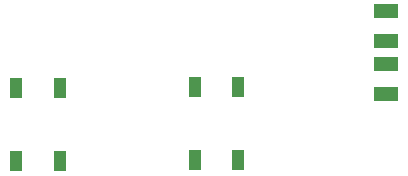
<source format=gbp>
G04*
G04 #@! TF.GenerationSoftware,Altium Limited,Altium Designer,19.1.5 (86)*
G04*
G04 Layer_Color=128*
%FSLAX25Y25*%
%MOIN*%
G70*
G01*
G75*
%ADD51R,0.04331X0.07087*%
%ADD52R,0.07874X0.04724*%
D51*
X126378Y8465D02*
D03*
Y32874D02*
D03*
X111811Y8465D02*
D03*
Y32874D02*
D03*
X52362Y32480D02*
D03*
Y8071D02*
D03*
X66929Y32480D02*
D03*
Y8071D02*
D03*
D52*
X175787Y30512D02*
D03*
Y40354D02*
D03*
Y48228D02*
D03*
Y58071D02*
D03*
M02*

</source>
